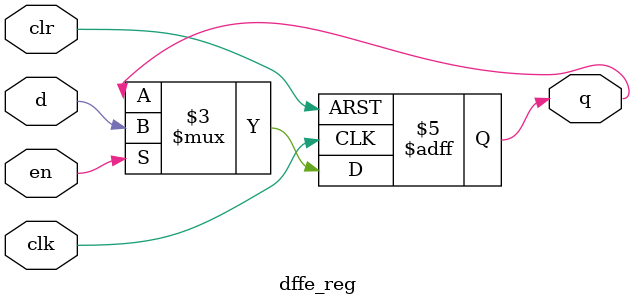
<source format=v>
module dffe_reg(q, d, clk, en, clr);
   
   //Inputs
   input d, clk, en, clr;
   
   //Internal wire
   wire clr;

   //Output
   output q;
   
   //Register
   reg q;

   //Intialize q to 0
   initial
   begin
       q = 1'b0;
   end

   //Set value of q on positive edge of the clock or clear
   always @(posedge clk or posedge clr) begin
       //If clear is high, set q to 0
       if (clr) begin
           q <= 1'b0;
       //If enable is high, set q to the value of d
       end else if (en) begin
           q <= d;
       end
   end
endmodule
</source>
